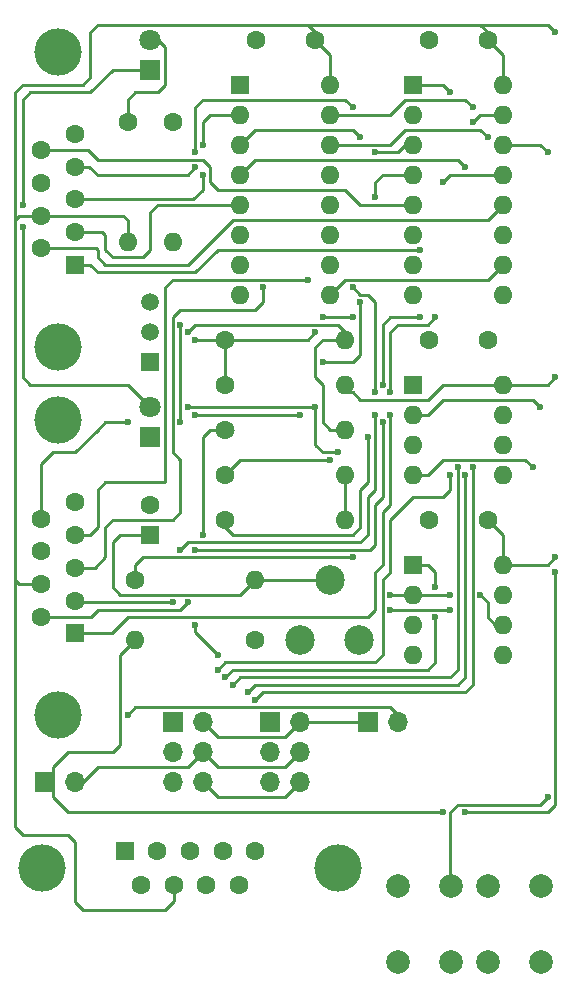
<source format=gtl>
G04 #@! TF.FileFunction,Copper,L1,Top,Signal*
%FSLAX46Y46*%
G04 Gerber Fmt 4.6, Leading zero omitted, Abs format (unit mm)*
G04 Created by KiCad (PCBNEW 4.0.7) date 10/20/19 13:11:54*
%MOMM*%
%LPD*%
G01*
G04 APERTURE LIST*
%ADD10C,0.100000*%
%ADD11R,1.800000X1.800000*%
%ADD12C,1.800000*%
%ADD13R,1.600000X1.600000*%
%ADD14C,1.600000*%
%ADD15C,4.000000*%
%ADD16R,1.700000X1.700000*%
%ADD17O,1.700000X1.700000*%
%ADD18O,1.600000X1.600000*%
%ADD19C,2.000000*%
%ADD20C,1.520000*%
%ADD21R,1.520000X1.520000*%
%ADD22C,2.500000*%
%ADD23C,0.600000*%
%ADD24C,0.250000*%
G04 APERTURE END LIST*
D10*
D11*
X112395000Y-40005000D03*
D12*
X112395000Y-37465000D03*
D11*
X112395000Y-71120000D03*
D12*
X112395000Y-68580000D03*
D13*
X106000000Y-87700000D03*
D14*
X106000000Y-84930000D03*
X106000000Y-82160000D03*
X106000000Y-79390000D03*
X106000000Y-76620000D03*
X103160000Y-86315000D03*
X103160000Y-83545000D03*
X103160000Y-80775000D03*
X103160000Y-78005000D03*
D15*
X104580000Y-69660000D03*
X104580000Y-94660000D03*
D13*
X106000000Y-56500000D03*
D14*
X106000000Y-53730000D03*
X106000000Y-50960000D03*
X106000000Y-48190000D03*
X106000000Y-45420000D03*
X103160000Y-55115000D03*
X103160000Y-52345000D03*
X103160000Y-49575000D03*
X103160000Y-46805000D03*
D15*
X104580000Y-38460000D03*
X104580000Y-63460000D03*
D13*
X110236000Y-106140000D03*
D14*
X113006000Y-106140000D03*
X115776000Y-106140000D03*
X118546000Y-106140000D03*
X121316000Y-106140000D03*
X111621000Y-108980000D03*
X114391000Y-108980000D03*
X117161000Y-108980000D03*
X119931000Y-108980000D03*
D15*
X103276000Y-107560000D03*
X128276000Y-107560000D03*
D16*
X130810000Y-95250000D03*
D17*
X133350000Y-95250000D03*
D14*
X118745000Y-74295000D03*
D18*
X128905000Y-74295000D03*
D14*
X118745000Y-78105000D03*
D18*
X128905000Y-78105000D03*
D14*
X110490000Y-44450000D03*
D18*
X110490000Y-54610000D03*
D14*
X114300000Y-44450000D03*
D18*
X114300000Y-54610000D03*
D19*
X137850000Y-115570000D03*
X133350000Y-115570000D03*
X137850000Y-109070000D03*
X133350000Y-109070000D03*
X145470000Y-115570000D03*
X140970000Y-115570000D03*
X145470000Y-109070000D03*
X140970000Y-109070000D03*
D13*
X120015000Y-41275000D03*
D18*
X127635000Y-59055000D03*
X120015000Y-43815000D03*
X127635000Y-56515000D03*
X120015000Y-46355000D03*
X127635000Y-53975000D03*
X120015000Y-48895000D03*
X127635000Y-51435000D03*
X120015000Y-51435000D03*
X127635000Y-48895000D03*
X120015000Y-53975000D03*
X127635000Y-46355000D03*
X120015000Y-56515000D03*
X127635000Y-43815000D03*
X120015000Y-59055000D03*
X127635000Y-41275000D03*
D13*
X134620000Y-41275000D03*
D18*
X142240000Y-59055000D03*
X134620000Y-43815000D03*
X142240000Y-56515000D03*
X134620000Y-46355000D03*
X142240000Y-53975000D03*
X134620000Y-48895000D03*
X142240000Y-51435000D03*
X134620000Y-51435000D03*
X142240000Y-48895000D03*
X134620000Y-53975000D03*
X142240000Y-46355000D03*
X134620000Y-56515000D03*
X142240000Y-43815000D03*
X134620000Y-59055000D03*
X142240000Y-41275000D03*
D13*
X134620000Y-66675000D03*
D18*
X142240000Y-74295000D03*
X134620000Y-69215000D03*
X142240000Y-71755000D03*
X134620000Y-71755000D03*
X142240000Y-69215000D03*
X134620000Y-74295000D03*
X142240000Y-66675000D03*
D14*
X126365000Y-37465000D03*
X121365000Y-37465000D03*
X140970000Y-37465000D03*
X135970000Y-37465000D03*
X140970000Y-62865000D03*
X135970000Y-62865000D03*
D20*
X112395000Y-62230000D03*
X112395000Y-59690000D03*
D21*
X112395000Y-64770000D03*
D14*
X118745000Y-66675000D03*
D18*
X128905000Y-66675000D03*
D14*
X118745000Y-62865000D03*
D18*
X128905000Y-62865000D03*
D14*
X118745000Y-70485000D03*
D18*
X128905000Y-70485000D03*
D16*
X122555000Y-95250000D03*
D17*
X125095000Y-95250000D03*
X122555000Y-97790000D03*
X125095000Y-97790000D03*
X122555000Y-100330000D03*
X125095000Y-100330000D03*
D16*
X114300000Y-95250000D03*
D17*
X116840000Y-95250000D03*
X114300000Y-97790000D03*
X116840000Y-97790000D03*
X114300000Y-100330000D03*
X116840000Y-100330000D03*
D16*
X103505000Y-100330000D03*
D17*
X106045000Y-100330000D03*
D14*
X121285000Y-88265000D03*
D18*
X111125000Y-88265000D03*
D14*
X111125000Y-83185000D03*
D18*
X121285000Y-83185000D03*
D22*
X127595000Y-83225000D03*
X130095000Y-88265000D03*
X125095000Y-88265000D03*
D13*
X134620000Y-81915000D03*
D18*
X142240000Y-89535000D03*
X134620000Y-84455000D03*
X142240000Y-86995000D03*
X134620000Y-86995000D03*
X142240000Y-84455000D03*
X134620000Y-89535000D03*
X142240000Y-81915000D03*
D14*
X140970000Y-78105000D03*
X135970000Y-78105000D03*
D13*
X112395000Y-79375000D03*
D14*
X112395000Y-76875000D03*
D23*
X126365000Y-68580000D03*
X128270000Y-72390000D03*
X115570000Y-68580000D03*
X101600000Y-53340000D03*
X101600000Y-51435000D03*
X114935000Y-69850000D03*
X114935000Y-61595000D03*
X146685000Y-81280000D03*
X146685000Y-66040000D03*
X146685000Y-36830000D03*
X139065000Y-48260000D03*
X137795000Y-74295000D03*
X118110000Y-90805000D03*
X139065000Y-74295000D03*
X120650000Y-92710000D03*
X139700000Y-43180000D03*
X140970000Y-45720000D03*
X121285000Y-93345000D03*
X139700000Y-73660000D03*
X119380000Y-92075000D03*
X138430000Y-73660000D03*
X139700000Y-44450000D03*
X136525000Y-83820000D03*
X136525000Y-86360000D03*
X118745000Y-91440000D03*
X110490000Y-69850000D03*
X116205000Y-69215000D03*
X130175000Y-59690000D03*
X125095000Y-69215000D03*
X127000000Y-64770000D03*
X131445000Y-46990000D03*
X116205000Y-86995000D03*
X116840000Y-79375000D03*
X118110000Y-89535000D03*
X115570000Y-62230000D03*
X116205000Y-62865000D03*
X127000000Y-60960000D03*
X126365000Y-62230000D03*
X131445000Y-50800000D03*
X129540000Y-60960000D03*
X144780000Y-73660000D03*
X127635000Y-73025000D03*
X145415000Y-68580000D03*
X146050000Y-101600000D03*
X130810000Y-71120000D03*
X136525000Y-60960000D03*
X137795000Y-41910000D03*
X132715000Y-67310000D03*
X132715000Y-69215000D03*
X114935000Y-80645000D03*
X131445000Y-69215000D03*
X131445000Y-67310000D03*
X129540000Y-58420000D03*
X130175000Y-45720000D03*
X114300000Y-85090000D03*
X121920000Y-58420000D03*
X125730000Y-57785000D03*
X137160000Y-49530000D03*
X132080000Y-66675000D03*
X132080000Y-69850000D03*
X135255000Y-60960000D03*
X116205000Y-80645000D03*
X115570000Y-85090000D03*
X135255000Y-55245000D03*
X116840000Y-48895000D03*
X116840000Y-46355000D03*
X129540000Y-43180000D03*
X116205000Y-46990000D03*
X116205000Y-48260000D03*
X110490000Y-94615000D03*
X146685000Y-82550000D03*
X146050000Y-46990000D03*
X137160000Y-102870000D03*
X139065000Y-102870000D03*
X129540000Y-81280000D03*
X132715000Y-84455000D03*
X140335000Y-84455000D03*
X137795000Y-84455000D03*
X137795000Y-85725000D03*
X132715000Y-85725000D03*
D24*
X126365000Y-71755000D02*
X126365000Y-68580000D01*
X127000000Y-72390000D02*
X126365000Y-71755000D01*
X128270000Y-72390000D02*
X127000000Y-72390000D01*
X126365000Y-68580000D02*
X125730000Y-68580000D01*
X125730000Y-68580000D02*
X115570000Y-68580000D01*
X112395000Y-68580000D02*
X110490000Y-66675000D01*
X110490000Y-66675000D02*
X102235000Y-66675000D01*
X102235000Y-66675000D02*
X101600000Y-66040000D01*
X101600000Y-66040000D02*
X101600000Y-53340000D01*
X101600000Y-51435000D02*
X101600000Y-42545000D01*
X101600000Y-42545000D02*
X102235000Y-41910000D01*
X102235000Y-41910000D02*
X107315000Y-41910000D01*
X107315000Y-41910000D02*
X109220000Y-40005000D01*
X109220000Y-40005000D02*
X112395000Y-40005000D01*
X128905000Y-57785000D02*
X127635000Y-59055000D01*
X128905000Y-57785000D02*
X140970000Y-57785000D01*
X140970000Y-57785000D02*
X142240000Y-56515000D01*
X110490000Y-44450000D02*
X110490000Y-42545000D01*
X111125000Y-41910000D02*
X110490000Y-42545000D01*
X113030000Y-41910000D02*
X111125000Y-41910000D01*
X113665000Y-41275000D02*
X113030000Y-41910000D01*
X113665000Y-38100000D02*
X113665000Y-41275000D01*
X113665000Y-38100000D02*
X113030000Y-37465000D01*
X112395000Y-37465000D02*
X113030000Y-37465000D01*
X114935000Y-69850000D02*
X114935000Y-61595000D01*
X127635000Y-41275000D02*
X127635000Y-38735000D01*
X127635000Y-38735000D02*
X126365000Y-37465000D01*
X142240000Y-41275000D02*
X142240000Y-38735000D01*
X142240000Y-38735000D02*
X140970000Y-37465000D01*
X128905000Y-74295000D02*
X128905000Y-78105000D01*
X142240000Y-66675000D02*
X137160000Y-66675000D01*
X137160000Y-66675000D02*
X135890000Y-67945000D01*
X146050000Y-81915000D02*
X142240000Y-81915000D01*
X146685000Y-81280000D02*
X146050000Y-81915000D01*
X142240000Y-81915000D02*
X142240000Y-79375000D01*
X142240000Y-79375000D02*
X140970000Y-78105000D01*
X103160000Y-52345000D02*
X110130000Y-52345000D01*
X110490000Y-52705000D02*
X110490000Y-53975000D01*
X110130000Y-52345000D02*
X110490000Y-52705000D01*
X142240000Y-66675000D02*
X146050000Y-66675000D01*
X146050000Y-66675000D02*
X146685000Y-66040000D01*
X128905000Y-67310000D02*
X129540000Y-67310000D01*
X130175000Y-67945000D02*
X135890000Y-67945000D01*
X129540000Y-67310000D02*
X130175000Y-67945000D01*
X126365000Y-37465000D02*
X126365000Y-36830000D01*
X126365000Y-36830000D02*
X125730000Y-36195000D01*
X127000000Y-36195000D02*
X125730000Y-36195000D01*
X125730000Y-36195000D02*
X116205000Y-36195000D01*
X100965000Y-41910000D02*
X101600000Y-41275000D01*
X101600000Y-41275000D02*
X106680000Y-41275000D01*
X106680000Y-41275000D02*
X107315000Y-40640000D01*
X107315000Y-40640000D02*
X107315000Y-36830000D01*
X107315000Y-36830000D02*
X107950000Y-36195000D01*
X107950000Y-36195000D02*
X116205000Y-36195000D01*
X100965000Y-41910000D02*
X100965000Y-52705000D01*
X140970000Y-37465000D02*
X140970000Y-36830000D01*
X140970000Y-36830000D02*
X140335000Y-36195000D01*
X146050000Y-36195000D02*
X140335000Y-36195000D01*
X146685000Y-36830000D02*
X146050000Y-36195000D01*
X127000000Y-36195000D02*
X140335000Y-36195000D01*
X100965000Y-83185000D02*
X100965000Y-104140000D01*
X114391000Y-110399000D02*
X114391000Y-108980000D01*
X113665000Y-111125000D02*
X114391000Y-110399000D01*
X106680000Y-111125000D02*
X113665000Y-111125000D01*
X106045000Y-110490000D02*
X106680000Y-111125000D01*
X106045000Y-105410000D02*
X106045000Y-110490000D01*
X105410000Y-104775000D02*
X106045000Y-105410000D01*
X101600000Y-104775000D02*
X105410000Y-104775000D01*
X100965000Y-104140000D02*
X101600000Y-104775000D01*
X103160000Y-83545000D02*
X101325000Y-83545000D01*
X101325000Y-52345000D02*
X100965000Y-52705000D01*
X101325000Y-52345000D02*
X103160000Y-52345000D01*
X100965000Y-83185000D02*
X100965000Y-52705000D01*
X101325000Y-83545000D02*
X100965000Y-83185000D01*
X133350000Y-77470000D02*
X134620000Y-76200000D01*
X132080000Y-83185000D02*
X132715000Y-82550000D01*
X132715000Y-82550000D02*
X132715000Y-78105000D01*
X136525000Y-76200000D02*
X137160000Y-76200000D01*
X138430000Y-47625000D02*
X137795000Y-47625000D01*
X139065000Y-48260000D02*
X138430000Y-47625000D01*
X137795000Y-75565000D02*
X137795000Y-74295000D01*
X137160000Y-76200000D02*
X137795000Y-75565000D01*
X132080000Y-89535000D02*
X132080000Y-83185000D01*
X134620000Y-76200000D02*
X136525000Y-76200000D01*
X132715000Y-78105000D02*
X133350000Y-77470000D01*
X132080000Y-89535000D02*
X131445000Y-90170000D01*
X120650000Y-90170000D02*
X131445000Y-90170000D01*
X137795000Y-47625000D02*
X121285000Y-47625000D01*
X121285000Y-47625000D02*
X120015000Y-48895000D01*
X118745000Y-90170000D02*
X119380000Y-90170000D01*
X118110000Y-90805000D02*
X118745000Y-90170000D01*
X123190000Y-90170000D02*
X120650000Y-90170000D01*
X120650000Y-90170000D02*
X119380000Y-90170000D01*
X139065000Y-91440000D02*
X138430000Y-92075000D01*
X139065000Y-74295000D02*
X139065000Y-91440000D01*
X120650000Y-92710000D02*
X121285000Y-92075000D01*
X121285000Y-92075000D02*
X138430000Y-92075000D01*
X130175000Y-43815000D02*
X132715000Y-43815000D01*
X132715000Y-43815000D02*
X133985000Y-42545000D01*
X139700000Y-43180000D02*
X139065000Y-42545000D01*
X139065000Y-42545000D02*
X133985000Y-42545000D01*
X130175000Y-43815000D02*
X127635000Y-43815000D01*
X127635000Y-46355000D02*
X132715000Y-46355000D01*
X140335000Y-45085000D02*
X133985000Y-45085000D01*
X140970000Y-45720000D02*
X140335000Y-45085000D01*
X132715000Y-46355000D02*
X133985000Y-45085000D01*
X121920000Y-92710000D02*
X139065000Y-92710000D01*
X121920000Y-92710000D02*
X121285000Y-93345000D01*
X139700000Y-92075000D02*
X139700000Y-73660000D01*
X139065000Y-92710000D02*
X139700000Y-92075000D01*
X120650000Y-91440000D02*
X120015000Y-91440000D01*
X120015000Y-91440000D02*
X119380000Y-92075000D01*
X138430000Y-89535000D02*
X138430000Y-73660000D01*
X125095000Y-91440000D02*
X137795000Y-91440000D01*
X125095000Y-91440000D02*
X120650000Y-91440000D01*
X138430000Y-90805000D02*
X138430000Y-89535000D01*
X137795000Y-91440000D02*
X138430000Y-90805000D01*
X140335000Y-43815000D02*
X142240000Y-43815000D01*
X139700000Y-44450000D02*
X140335000Y-43815000D01*
X125095000Y-95250000D02*
X130810000Y-95250000D01*
X116840000Y-95250000D02*
X118110000Y-96520000D01*
X123825000Y-96520000D02*
X125095000Y-95250000D01*
X118110000Y-96520000D02*
X123825000Y-96520000D01*
X136525000Y-90170000D02*
X136525000Y-86360000D01*
X136525000Y-82550000D02*
X135890000Y-81915000D01*
X136525000Y-83820000D02*
X136525000Y-82550000D01*
X135890000Y-81915000D02*
X134620000Y-81915000D01*
X116840000Y-97790000D02*
X115570000Y-99060000D01*
X107950000Y-99060000D02*
X106680000Y-100330000D01*
X115570000Y-99060000D02*
X107950000Y-99060000D01*
X136525000Y-90170000D02*
X135890000Y-90805000D01*
X120015000Y-90805000D02*
X119380000Y-90805000D01*
X119380000Y-90805000D02*
X118745000Y-91440000D01*
X123190000Y-90805000D02*
X135890000Y-90805000D01*
X123190000Y-90805000D02*
X120015000Y-90805000D01*
X116840000Y-97790000D02*
X118110000Y-99060000D01*
X123825000Y-99060000D02*
X125095000Y-97790000D01*
X118110000Y-99060000D02*
X123825000Y-99060000D01*
X107950000Y-70485000D02*
X106045000Y-72390000D01*
X128905000Y-64770000D02*
X127000000Y-64770000D01*
X108585000Y-69850000D02*
X110490000Y-69850000D01*
X107950000Y-70485000D02*
X108585000Y-69850000D01*
X104140000Y-72390000D02*
X106045000Y-72390000D01*
X103160000Y-78005000D02*
X103160000Y-73370000D01*
X103160000Y-73370000D02*
X104140000Y-72390000D01*
X116205000Y-69215000D02*
X125095000Y-69215000D01*
X130175000Y-64135000D02*
X130175000Y-59690000D01*
X129540000Y-64770000D02*
X130175000Y-64135000D01*
X128905000Y-64770000D02*
X129540000Y-64770000D01*
X133350000Y-46990000D02*
X131445000Y-46990000D01*
X133985000Y-46355000D02*
X133350000Y-46990000D01*
X134620000Y-46355000D02*
X133985000Y-46355000D01*
X103160000Y-46805000D02*
X107130000Y-46805000D01*
X118745000Y-50165000D02*
X121285000Y-50165000D01*
X130175000Y-51435000D02*
X134620000Y-51435000D01*
X128905000Y-50165000D02*
X121285000Y-50165000D01*
X130175000Y-51435000D02*
X128905000Y-50165000D01*
X118110000Y-50165000D02*
X118745000Y-50165000D01*
X117475000Y-49530000D02*
X118110000Y-50165000D01*
X117475000Y-48260000D02*
X117475000Y-49530000D01*
X116840000Y-47625000D02*
X117475000Y-48260000D01*
X107950000Y-47625000D02*
X116840000Y-47625000D01*
X107130000Y-46805000D02*
X107950000Y-47625000D01*
X116840000Y-88265000D02*
X116205000Y-87630000D01*
X116205000Y-87630000D02*
X116205000Y-86995000D01*
X117475000Y-88900000D02*
X116840000Y-88265000D01*
X118745000Y-70485000D02*
X117475000Y-70485000D01*
X117475000Y-70485000D02*
X116840000Y-71120000D01*
X116840000Y-71120000D02*
X116840000Y-79375000D01*
X117475000Y-88900000D02*
X118110000Y-89535000D01*
X118745000Y-70485000D02*
X118110000Y-70485000D01*
X119380000Y-70485000D02*
X118745000Y-70485000D01*
X116840000Y-100330000D02*
X118110000Y-101600000D01*
X123825000Y-101600000D02*
X125095000Y-100330000D01*
X118110000Y-101600000D02*
X123825000Y-101600000D01*
X115570000Y-62230000D02*
X116205000Y-61595000D01*
X117475000Y-61595000D02*
X116205000Y-61595000D01*
X117475000Y-61595000D02*
X127000000Y-61595000D01*
X127000000Y-61595000D02*
X127635000Y-61595000D01*
X128270000Y-61595000D02*
X128905000Y-62230000D01*
X127635000Y-61595000D02*
X128270000Y-61595000D01*
X128905000Y-62230000D02*
X128905000Y-62865000D01*
X128905000Y-70485000D02*
X127635000Y-70485000D01*
X127000000Y-62865000D02*
X128905000Y-62865000D01*
X126365000Y-63500000D02*
X127000000Y-62865000D01*
X126365000Y-66040000D02*
X126365000Y-63500000D01*
X127000000Y-66675000D02*
X126365000Y-66040000D01*
X127000000Y-69850000D02*
X127000000Y-66675000D01*
X127635000Y-70485000D02*
X127000000Y-69850000D01*
X117475000Y-62865000D02*
X116205000Y-62865000D01*
X125095000Y-62865000D02*
X125730000Y-62865000D01*
X125730000Y-62865000D02*
X126365000Y-62230000D01*
X118745000Y-62865000D02*
X125095000Y-62865000D01*
X132080000Y-48895000D02*
X131445000Y-49530000D01*
X131445000Y-49530000D02*
X131445000Y-50800000D01*
X132080000Y-48895000D02*
X134620000Y-48895000D01*
X127000000Y-60960000D02*
X129540000Y-60960000D01*
X118745000Y-62865000D02*
X118745000Y-66675000D01*
X118745000Y-62865000D02*
X117475000Y-62865000D01*
X143510000Y-73025000D02*
X144145000Y-73025000D01*
X135890000Y-74295000D02*
X137160000Y-73025000D01*
X137160000Y-73025000D02*
X143510000Y-73025000D01*
X135890000Y-74295000D02*
X134620000Y-74295000D01*
X144145000Y-73025000D02*
X144780000Y-73660000D01*
X127635000Y-73025000D02*
X120015000Y-73025000D01*
X120015000Y-73025000D02*
X118745000Y-74295000D01*
X130175000Y-75565000D02*
X130175000Y-78740000D01*
X119380000Y-79375000D02*
X118745000Y-78740000D01*
X129540000Y-79375000D02*
X119380000Y-79375000D01*
X130175000Y-78740000D02*
X129540000Y-79375000D01*
X118745000Y-78740000D02*
X118745000Y-78105000D01*
X138430000Y-102235000D02*
X137795000Y-102870000D01*
X146050000Y-101600000D02*
X145415000Y-102235000D01*
X145415000Y-102235000D02*
X138430000Y-102235000D01*
X144780000Y-67945000D02*
X145415000Y-68580000D01*
X134620000Y-69215000D02*
X135890000Y-69215000D01*
X137160000Y-67945000D02*
X143510000Y-67945000D01*
X135890000Y-69215000D02*
X137160000Y-67945000D01*
X143510000Y-67945000D02*
X144780000Y-67945000D01*
X137795000Y-102870000D02*
X137795000Y-109015000D01*
X137795000Y-109015000D02*
X137850000Y-109070000D01*
X130810000Y-71755000D02*
X130810000Y-74930000D01*
X130810000Y-71120000D02*
X130810000Y-71755000D01*
X130810000Y-74930000D02*
X130175000Y-75565000D01*
X131445000Y-82550000D02*
X132080000Y-81915000D01*
X132080000Y-81915000D02*
X132080000Y-77470000D01*
X114935000Y-86360000D02*
X110490000Y-86360000D01*
X135890000Y-61595000D02*
X136525000Y-60960000D01*
X134620000Y-41275000D02*
X137160000Y-41275000D01*
X137795000Y-41910000D02*
X137160000Y-41275000D01*
X132715000Y-67310000D02*
X132715000Y-62865000D01*
X132715000Y-76835000D02*
X132715000Y-69215000D01*
X132080000Y-77470000D02*
X132715000Y-76835000D01*
X132715000Y-62230000D02*
X133350000Y-61595000D01*
X133350000Y-61595000D02*
X135890000Y-61595000D01*
X132715000Y-62865000D02*
X132715000Y-62230000D01*
X131445000Y-82550000D02*
X131445000Y-85725000D01*
X130810000Y-86360000D02*
X114935000Y-86360000D01*
X131445000Y-85725000D02*
X130810000Y-86360000D01*
X109150000Y-87700000D02*
X106000000Y-87700000D01*
X110490000Y-86360000D02*
X109150000Y-87700000D01*
X129540000Y-80010000D02*
X130175000Y-80010000D01*
X130810000Y-79375000D02*
X130810000Y-76200000D01*
X130175000Y-80010000D02*
X130810000Y-79375000D01*
X106000000Y-84930000D02*
X106520000Y-84930000D01*
X106520000Y-84930000D02*
X106680000Y-85090000D01*
X106680000Y-85090000D02*
X114300000Y-85090000D01*
X115570000Y-80010000D02*
X114935000Y-80645000D01*
X129540000Y-80010000D02*
X123825000Y-80010000D01*
X131445000Y-60325000D02*
X131445000Y-59690000D01*
X130810000Y-59055000D02*
X130175000Y-59055000D01*
X131445000Y-59690000D02*
X130810000Y-59055000D01*
X130175000Y-45720000D02*
X129540000Y-45085000D01*
X129540000Y-45085000D02*
X121285000Y-45085000D01*
X120015000Y-46355000D02*
X121285000Y-45085000D01*
X131445000Y-62865000D02*
X131445000Y-60325000D01*
X130810000Y-76200000D02*
X131445000Y-75565000D01*
X131445000Y-75565000D02*
X131445000Y-69215000D01*
X131445000Y-67310000D02*
X131445000Y-62865000D01*
X130175000Y-59055000D02*
X129540000Y-58420000D01*
X118745000Y-80010000D02*
X123825000Y-80010000D01*
X118745000Y-80010000D02*
X115570000Y-80010000D01*
X118745000Y-60325000D02*
X114935000Y-60325000D01*
X113665000Y-78105000D02*
X114300000Y-78105000D01*
X114300000Y-78105000D02*
X114935000Y-77470000D01*
X114935000Y-77470000D02*
X114935000Y-73025000D01*
X114935000Y-73025000D02*
X114300000Y-72390000D01*
X114300000Y-72390000D02*
X114300000Y-61595000D01*
X106000000Y-82160000D02*
X107705000Y-82160000D01*
X109220000Y-78105000D02*
X111125000Y-78105000D01*
X108585000Y-78740000D02*
X109220000Y-78105000D01*
X108585000Y-81280000D02*
X108585000Y-78740000D01*
X107705000Y-82160000D02*
X108585000Y-81280000D01*
X111125000Y-78105000D02*
X113665000Y-78105000D01*
X121285000Y-60325000D02*
X118745000Y-60325000D01*
X121920000Y-59690000D02*
X121285000Y-60325000D01*
X121920000Y-58420000D02*
X121920000Y-59690000D01*
X114300000Y-60960000D02*
X114300000Y-61595000D01*
X114935000Y-60325000D02*
X114300000Y-60960000D01*
X111125000Y-74930000D02*
X113665000Y-74930000D01*
X107300000Y-79390000D02*
X107950000Y-78740000D01*
X107950000Y-78740000D02*
X107950000Y-75565000D01*
X107950000Y-75565000D02*
X108585000Y-74930000D01*
X108585000Y-74930000D02*
X111125000Y-74930000D01*
X106000000Y-79390000D02*
X107300000Y-79390000D01*
X113665000Y-73660000D02*
X113665000Y-69850000D01*
X113665000Y-69850000D02*
X113665000Y-58420000D01*
X113665000Y-58420000D02*
X114300000Y-57785000D01*
X114300000Y-57785000D02*
X125730000Y-57785000D01*
X113665000Y-74930000D02*
X113665000Y-73660000D01*
X130175000Y-80645000D02*
X130994998Y-80645000D01*
X131445000Y-80194998D02*
X131445000Y-76835000D01*
X130994998Y-80645000D02*
X131445000Y-80194998D01*
X103160000Y-86315000D02*
X107360000Y-86315000D01*
X137795000Y-48895000D02*
X142240000Y-48895000D01*
X137160000Y-49530000D02*
X137795000Y-48895000D01*
X132080000Y-66675000D02*
X132080000Y-62230000D01*
X132080000Y-76200000D02*
X132080000Y-69850000D01*
X131445000Y-76835000D02*
X132080000Y-76200000D01*
X132080000Y-61595000D02*
X132715000Y-60960000D01*
X132715000Y-60960000D02*
X135255000Y-60960000D01*
X132080000Y-62230000D02*
X132080000Y-61595000D01*
X130175000Y-80645000D02*
X125730000Y-80645000D01*
X116205000Y-80645000D02*
X125730000Y-80645000D01*
X114935000Y-85725000D02*
X115570000Y-85090000D01*
X107950000Y-85725000D02*
X114935000Y-85725000D01*
X107360000Y-86315000D02*
X107950000Y-85725000D01*
X106000000Y-56500000D02*
X107300000Y-56500000D01*
X116205000Y-57150000D02*
X118110000Y-55245000D01*
X107950000Y-57150000D02*
X116205000Y-57150000D01*
X107300000Y-56500000D02*
X107950000Y-57150000D01*
X118110000Y-55245000D02*
X118745000Y-55245000D01*
X118745000Y-55245000D02*
X135255000Y-55245000D01*
X120015000Y-51435000D02*
X113030000Y-51435000D01*
X108340000Y-53730000D02*
X108585000Y-53975000D01*
X108585000Y-53975000D02*
X108585000Y-55245000D01*
X108585000Y-55245000D02*
X109220000Y-55880000D01*
X109220000Y-55880000D02*
X111125000Y-55880000D01*
X112395000Y-52070000D02*
X112395000Y-53340000D01*
X112395000Y-54610000D02*
X112395000Y-53340000D01*
X108340000Y-53730000D02*
X106000000Y-53730000D01*
X111760000Y-55880000D02*
X112395000Y-55245000D01*
X112395000Y-55245000D02*
X112395000Y-54610000D01*
X111125000Y-55880000D02*
X111760000Y-55880000D01*
X113030000Y-51435000D02*
X112395000Y-52070000D01*
X116840000Y-46355000D02*
X116840000Y-44450000D01*
X106000000Y-50960000D02*
X116045000Y-50960000D01*
X116045000Y-50960000D02*
X116840000Y-50165000D01*
X116840000Y-50165000D02*
X116840000Y-48895000D01*
X117475000Y-43815000D02*
X120015000Y-43815000D01*
X116840000Y-44450000D02*
X117475000Y-43815000D01*
X106000000Y-48190000D02*
X107245000Y-48190000D01*
X128905000Y-42545000D02*
X118745000Y-42545000D01*
X129540000Y-43180000D02*
X128905000Y-42545000D01*
X116840000Y-42545000D02*
X118745000Y-42545000D01*
X116205000Y-43180000D02*
X116840000Y-42545000D01*
X116205000Y-46990000D02*
X116205000Y-43180000D01*
X115570000Y-48895000D02*
X116205000Y-48260000D01*
X107950000Y-48895000D02*
X115570000Y-48895000D01*
X107245000Y-48190000D02*
X107950000Y-48895000D01*
X111760000Y-56515000D02*
X115570000Y-56515000D01*
X115570000Y-56515000D02*
X119380000Y-52705000D01*
X103160000Y-55115000D02*
X107820000Y-55115000D01*
X119380000Y-52705000D02*
X140970000Y-52705000D01*
X140970000Y-52705000D02*
X142240000Y-51435000D01*
X108585000Y-56515000D02*
X111760000Y-56515000D01*
X107950000Y-55880000D02*
X108585000Y-56515000D01*
X107950000Y-55245000D02*
X107950000Y-55880000D01*
X107820000Y-55115000D02*
X107950000Y-55245000D01*
X133350000Y-95250000D02*
X133350000Y-94615000D01*
X133350000Y-94615000D02*
X132715000Y-93980000D01*
X111125000Y-93980000D02*
X110490000Y-94615000D01*
X132715000Y-93980000D02*
X111125000Y-93980000D01*
X104140000Y-100330000D02*
X104140000Y-99060000D01*
X109855000Y-89535000D02*
X111125000Y-88265000D01*
X109855000Y-97155000D02*
X109855000Y-89535000D01*
X109220000Y-97790000D02*
X109855000Y-97155000D01*
X105410000Y-97790000D02*
X109220000Y-97790000D01*
X104140000Y-99060000D02*
X105410000Y-97790000D01*
X146685000Y-84455000D02*
X146685000Y-82550000D01*
X145415000Y-46355000D02*
X142240000Y-46355000D01*
X146050000Y-46990000D02*
X145415000Y-46355000D01*
X104140000Y-101600000D02*
X105410000Y-102870000D01*
X105410000Y-102870000D02*
X137160000Y-102870000D01*
X139065000Y-102870000D02*
X146050000Y-102870000D01*
X146050000Y-102870000D02*
X146685000Y-102235000D01*
X146685000Y-102235000D02*
X146685000Y-84455000D01*
X146685000Y-84455000D02*
X146685000Y-83820000D01*
X104140000Y-100330000D02*
X104140000Y-101600000D01*
X113030000Y-81280000D02*
X111760000Y-81280000D01*
X111125000Y-81915000D02*
X111125000Y-83185000D01*
X111760000Y-81280000D02*
X111125000Y-81915000D01*
X132715000Y-84455000D02*
X134620000Y-84455000D01*
X129540000Y-81280000D02*
X125730000Y-81280000D01*
X119380000Y-81280000D02*
X125730000Y-81280000D01*
X113030000Y-81280000D02*
X119380000Y-81280000D01*
X134620000Y-84455000D02*
X137795000Y-84455000D01*
X140970000Y-86360000D02*
X141605000Y-86995000D01*
X140970000Y-85725000D02*
X140970000Y-86360000D01*
X140970000Y-85090000D02*
X140970000Y-85725000D01*
X140335000Y-84455000D02*
X140970000Y-85090000D01*
X141605000Y-86995000D02*
X142240000Y-86995000D01*
X110490000Y-84455000D02*
X109855000Y-84455000D01*
X109855000Y-79375000D02*
X110490000Y-79375000D01*
X109220000Y-80010000D02*
X109855000Y-79375000D01*
X109220000Y-83820000D02*
X109220000Y-80010000D01*
X109855000Y-84455000D02*
X109220000Y-83820000D01*
X112395000Y-79375000D02*
X110490000Y-79375000D01*
X120015000Y-84455000D02*
X121285000Y-83185000D01*
X110490000Y-84455000D02*
X120015000Y-84455000D01*
X137160000Y-85725000D02*
X137795000Y-85725000D01*
X132715000Y-85725000D02*
X137160000Y-85725000D01*
X127595000Y-83225000D02*
X121325000Y-83225000D01*
X121325000Y-83225000D02*
X121285000Y-83185000D01*
M02*

</source>
